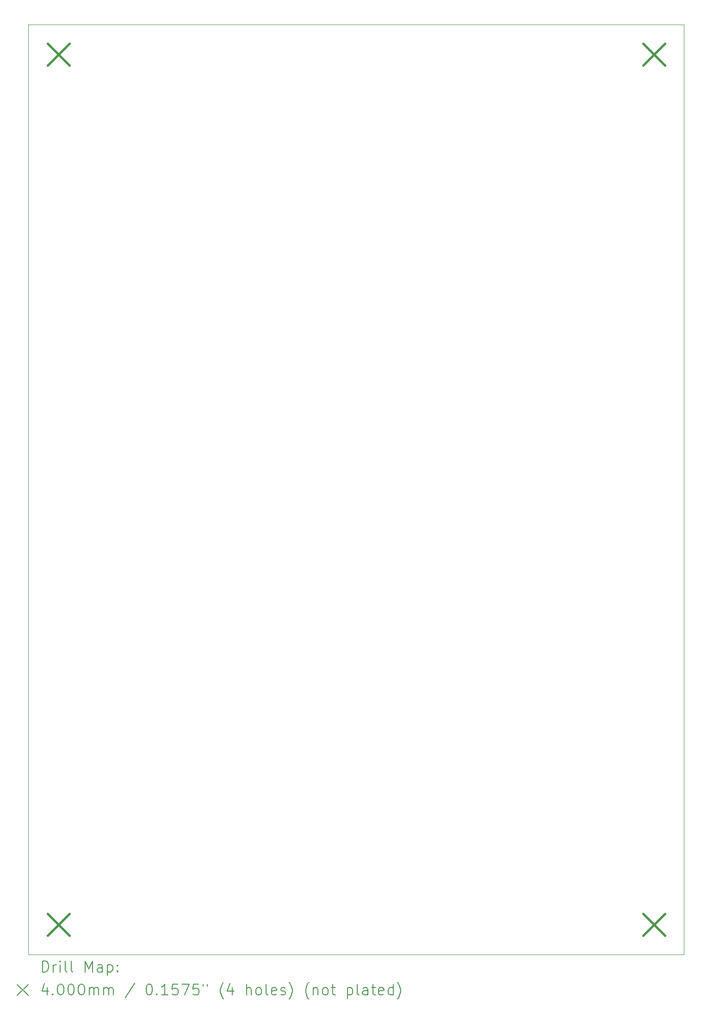
<source format=gbr>
%TF.GenerationSoftware,KiCad,Pcbnew,8.0.1*%
%TF.CreationDate,2024-04-18T23:28:31-04:00*%
%TF.ProjectId,emandoharp,656d616e-646f-4686-9172-702e6b696361,rev?*%
%TF.SameCoordinates,Original*%
%TF.FileFunction,Drillmap*%
%TF.FilePolarity,Positive*%
%FSLAX45Y45*%
G04 Gerber Fmt 4.5, Leading zero omitted, Abs format (unit mm)*
G04 Created by KiCad (PCBNEW 8.0.1) date 2024-04-18 23:28:31*
%MOMM*%
%LPD*%
G01*
G04 APERTURE LIST*
%ADD10C,0.050000*%
%ADD11C,0.200000*%
%ADD12C,0.400000*%
G04 APERTURE END LIST*
D10*
X2600000Y-1925000D02*
X14600000Y-1925000D01*
X14600000Y-18925000D01*
X2600000Y-18925000D01*
X2600000Y-1925000D01*
D11*
D12*
X2950000Y-2275000D02*
X3350000Y-2675000D01*
X3350000Y-2275000D02*
X2950000Y-2675000D01*
X2950000Y-18175000D02*
X3350000Y-18575000D01*
X3350000Y-18175000D02*
X2950000Y-18575000D01*
X13850000Y-2275000D02*
X14250000Y-2675000D01*
X14250000Y-2275000D02*
X13850000Y-2675000D01*
X13850000Y-18175000D02*
X14250000Y-18575000D01*
X14250000Y-18175000D02*
X13850000Y-18575000D01*
D11*
X2858277Y-19238984D02*
X2858277Y-19038984D01*
X2858277Y-19038984D02*
X2905896Y-19038984D01*
X2905896Y-19038984D02*
X2934467Y-19048508D01*
X2934467Y-19048508D02*
X2953515Y-19067555D01*
X2953515Y-19067555D02*
X2963039Y-19086603D01*
X2963039Y-19086603D02*
X2972562Y-19124698D01*
X2972562Y-19124698D02*
X2972562Y-19153270D01*
X2972562Y-19153270D02*
X2963039Y-19191365D01*
X2963039Y-19191365D02*
X2953515Y-19210412D01*
X2953515Y-19210412D02*
X2934467Y-19229460D01*
X2934467Y-19229460D02*
X2905896Y-19238984D01*
X2905896Y-19238984D02*
X2858277Y-19238984D01*
X3058277Y-19238984D02*
X3058277Y-19105650D01*
X3058277Y-19143746D02*
X3067801Y-19124698D01*
X3067801Y-19124698D02*
X3077324Y-19115174D01*
X3077324Y-19115174D02*
X3096372Y-19105650D01*
X3096372Y-19105650D02*
X3115420Y-19105650D01*
X3182086Y-19238984D02*
X3182086Y-19105650D01*
X3182086Y-19038984D02*
X3172562Y-19048508D01*
X3172562Y-19048508D02*
X3182086Y-19058031D01*
X3182086Y-19058031D02*
X3191610Y-19048508D01*
X3191610Y-19048508D02*
X3182086Y-19038984D01*
X3182086Y-19038984D02*
X3182086Y-19058031D01*
X3305896Y-19238984D02*
X3286848Y-19229460D01*
X3286848Y-19229460D02*
X3277324Y-19210412D01*
X3277324Y-19210412D02*
X3277324Y-19038984D01*
X3410658Y-19238984D02*
X3391610Y-19229460D01*
X3391610Y-19229460D02*
X3382086Y-19210412D01*
X3382086Y-19210412D02*
X3382086Y-19038984D01*
X3639229Y-19238984D02*
X3639229Y-19038984D01*
X3639229Y-19038984D02*
X3705896Y-19181841D01*
X3705896Y-19181841D02*
X3772562Y-19038984D01*
X3772562Y-19038984D02*
X3772562Y-19238984D01*
X3953515Y-19238984D02*
X3953515Y-19134222D01*
X3953515Y-19134222D02*
X3943991Y-19115174D01*
X3943991Y-19115174D02*
X3924943Y-19105650D01*
X3924943Y-19105650D02*
X3886848Y-19105650D01*
X3886848Y-19105650D02*
X3867801Y-19115174D01*
X3953515Y-19229460D02*
X3934467Y-19238984D01*
X3934467Y-19238984D02*
X3886848Y-19238984D01*
X3886848Y-19238984D02*
X3867801Y-19229460D01*
X3867801Y-19229460D02*
X3858277Y-19210412D01*
X3858277Y-19210412D02*
X3858277Y-19191365D01*
X3858277Y-19191365D02*
X3867801Y-19172317D01*
X3867801Y-19172317D02*
X3886848Y-19162793D01*
X3886848Y-19162793D02*
X3934467Y-19162793D01*
X3934467Y-19162793D02*
X3953515Y-19153270D01*
X4048753Y-19105650D02*
X4048753Y-19305650D01*
X4048753Y-19115174D02*
X4067801Y-19105650D01*
X4067801Y-19105650D02*
X4105896Y-19105650D01*
X4105896Y-19105650D02*
X4124943Y-19115174D01*
X4124943Y-19115174D02*
X4134467Y-19124698D01*
X4134467Y-19124698D02*
X4143991Y-19143746D01*
X4143991Y-19143746D02*
X4143991Y-19200889D01*
X4143991Y-19200889D02*
X4134467Y-19219936D01*
X4134467Y-19219936D02*
X4124943Y-19229460D01*
X4124943Y-19229460D02*
X4105896Y-19238984D01*
X4105896Y-19238984D02*
X4067801Y-19238984D01*
X4067801Y-19238984D02*
X4048753Y-19229460D01*
X4229705Y-19219936D02*
X4239229Y-19229460D01*
X4239229Y-19229460D02*
X4229705Y-19238984D01*
X4229705Y-19238984D02*
X4220182Y-19229460D01*
X4220182Y-19229460D02*
X4229705Y-19219936D01*
X4229705Y-19219936D02*
X4229705Y-19238984D01*
X4229705Y-19115174D02*
X4239229Y-19124698D01*
X4239229Y-19124698D02*
X4229705Y-19134222D01*
X4229705Y-19134222D02*
X4220182Y-19124698D01*
X4220182Y-19124698D02*
X4229705Y-19115174D01*
X4229705Y-19115174D02*
X4229705Y-19134222D01*
X2397500Y-19467500D02*
X2597500Y-19667500D01*
X2597500Y-19467500D02*
X2397500Y-19667500D01*
X2943991Y-19525650D02*
X2943991Y-19658984D01*
X2896372Y-19449460D02*
X2848753Y-19592317D01*
X2848753Y-19592317D02*
X2972562Y-19592317D01*
X3048753Y-19639936D02*
X3058277Y-19649460D01*
X3058277Y-19649460D02*
X3048753Y-19658984D01*
X3048753Y-19658984D02*
X3039229Y-19649460D01*
X3039229Y-19649460D02*
X3048753Y-19639936D01*
X3048753Y-19639936D02*
X3048753Y-19658984D01*
X3182086Y-19458984D02*
X3201134Y-19458984D01*
X3201134Y-19458984D02*
X3220182Y-19468508D01*
X3220182Y-19468508D02*
X3229705Y-19478031D01*
X3229705Y-19478031D02*
X3239229Y-19497079D01*
X3239229Y-19497079D02*
X3248753Y-19535174D01*
X3248753Y-19535174D02*
X3248753Y-19582793D01*
X3248753Y-19582793D02*
X3239229Y-19620889D01*
X3239229Y-19620889D02*
X3229705Y-19639936D01*
X3229705Y-19639936D02*
X3220182Y-19649460D01*
X3220182Y-19649460D02*
X3201134Y-19658984D01*
X3201134Y-19658984D02*
X3182086Y-19658984D01*
X3182086Y-19658984D02*
X3163039Y-19649460D01*
X3163039Y-19649460D02*
X3153515Y-19639936D01*
X3153515Y-19639936D02*
X3143991Y-19620889D01*
X3143991Y-19620889D02*
X3134467Y-19582793D01*
X3134467Y-19582793D02*
X3134467Y-19535174D01*
X3134467Y-19535174D02*
X3143991Y-19497079D01*
X3143991Y-19497079D02*
X3153515Y-19478031D01*
X3153515Y-19478031D02*
X3163039Y-19468508D01*
X3163039Y-19468508D02*
X3182086Y-19458984D01*
X3372562Y-19458984D02*
X3391610Y-19458984D01*
X3391610Y-19458984D02*
X3410658Y-19468508D01*
X3410658Y-19468508D02*
X3420182Y-19478031D01*
X3420182Y-19478031D02*
X3429705Y-19497079D01*
X3429705Y-19497079D02*
X3439229Y-19535174D01*
X3439229Y-19535174D02*
X3439229Y-19582793D01*
X3439229Y-19582793D02*
X3429705Y-19620889D01*
X3429705Y-19620889D02*
X3420182Y-19639936D01*
X3420182Y-19639936D02*
X3410658Y-19649460D01*
X3410658Y-19649460D02*
X3391610Y-19658984D01*
X3391610Y-19658984D02*
X3372562Y-19658984D01*
X3372562Y-19658984D02*
X3353515Y-19649460D01*
X3353515Y-19649460D02*
X3343991Y-19639936D01*
X3343991Y-19639936D02*
X3334467Y-19620889D01*
X3334467Y-19620889D02*
X3324943Y-19582793D01*
X3324943Y-19582793D02*
X3324943Y-19535174D01*
X3324943Y-19535174D02*
X3334467Y-19497079D01*
X3334467Y-19497079D02*
X3343991Y-19478031D01*
X3343991Y-19478031D02*
X3353515Y-19468508D01*
X3353515Y-19468508D02*
X3372562Y-19458984D01*
X3563039Y-19458984D02*
X3582086Y-19458984D01*
X3582086Y-19458984D02*
X3601134Y-19468508D01*
X3601134Y-19468508D02*
X3610658Y-19478031D01*
X3610658Y-19478031D02*
X3620182Y-19497079D01*
X3620182Y-19497079D02*
X3629705Y-19535174D01*
X3629705Y-19535174D02*
X3629705Y-19582793D01*
X3629705Y-19582793D02*
X3620182Y-19620889D01*
X3620182Y-19620889D02*
X3610658Y-19639936D01*
X3610658Y-19639936D02*
X3601134Y-19649460D01*
X3601134Y-19649460D02*
X3582086Y-19658984D01*
X3582086Y-19658984D02*
X3563039Y-19658984D01*
X3563039Y-19658984D02*
X3543991Y-19649460D01*
X3543991Y-19649460D02*
X3534467Y-19639936D01*
X3534467Y-19639936D02*
X3524943Y-19620889D01*
X3524943Y-19620889D02*
X3515420Y-19582793D01*
X3515420Y-19582793D02*
X3515420Y-19535174D01*
X3515420Y-19535174D02*
X3524943Y-19497079D01*
X3524943Y-19497079D02*
X3534467Y-19478031D01*
X3534467Y-19478031D02*
X3543991Y-19468508D01*
X3543991Y-19468508D02*
X3563039Y-19458984D01*
X3715420Y-19658984D02*
X3715420Y-19525650D01*
X3715420Y-19544698D02*
X3724943Y-19535174D01*
X3724943Y-19535174D02*
X3743991Y-19525650D01*
X3743991Y-19525650D02*
X3772563Y-19525650D01*
X3772563Y-19525650D02*
X3791610Y-19535174D01*
X3791610Y-19535174D02*
X3801134Y-19554222D01*
X3801134Y-19554222D02*
X3801134Y-19658984D01*
X3801134Y-19554222D02*
X3810658Y-19535174D01*
X3810658Y-19535174D02*
X3829705Y-19525650D01*
X3829705Y-19525650D02*
X3858277Y-19525650D01*
X3858277Y-19525650D02*
X3877324Y-19535174D01*
X3877324Y-19535174D02*
X3886848Y-19554222D01*
X3886848Y-19554222D02*
X3886848Y-19658984D01*
X3982086Y-19658984D02*
X3982086Y-19525650D01*
X3982086Y-19544698D02*
X3991610Y-19535174D01*
X3991610Y-19535174D02*
X4010658Y-19525650D01*
X4010658Y-19525650D02*
X4039229Y-19525650D01*
X4039229Y-19525650D02*
X4058277Y-19535174D01*
X4058277Y-19535174D02*
X4067801Y-19554222D01*
X4067801Y-19554222D02*
X4067801Y-19658984D01*
X4067801Y-19554222D02*
X4077324Y-19535174D01*
X4077324Y-19535174D02*
X4096372Y-19525650D01*
X4096372Y-19525650D02*
X4124943Y-19525650D01*
X4124943Y-19525650D02*
X4143991Y-19535174D01*
X4143991Y-19535174D02*
X4153515Y-19554222D01*
X4153515Y-19554222D02*
X4153515Y-19658984D01*
X4543991Y-19449460D02*
X4372563Y-19706603D01*
X4801134Y-19458984D02*
X4820182Y-19458984D01*
X4820182Y-19458984D02*
X4839229Y-19468508D01*
X4839229Y-19468508D02*
X4848753Y-19478031D01*
X4848753Y-19478031D02*
X4858277Y-19497079D01*
X4858277Y-19497079D02*
X4867801Y-19535174D01*
X4867801Y-19535174D02*
X4867801Y-19582793D01*
X4867801Y-19582793D02*
X4858277Y-19620889D01*
X4858277Y-19620889D02*
X4848753Y-19639936D01*
X4848753Y-19639936D02*
X4839229Y-19649460D01*
X4839229Y-19649460D02*
X4820182Y-19658984D01*
X4820182Y-19658984D02*
X4801134Y-19658984D01*
X4801134Y-19658984D02*
X4782087Y-19649460D01*
X4782087Y-19649460D02*
X4772563Y-19639936D01*
X4772563Y-19639936D02*
X4763039Y-19620889D01*
X4763039Y-19620889D02*
X4753515Y-19582793D01*
X4753515Y-19582793D02*
X4753515Y-19535174D01*
X4753515Y-19535174D02*
X4763039Y-19497079D01*
X4763039Y-19497079D02*
X4772563Y-19478031D01*
X4772563Y-19478031D02*
X4782087Y-19468508D01*
X4782087Y-19468508D02*
X4801134Y-19458984D01*
X4953515Y-19639936D02*
X4963039Y-19649460D01*
X4963039Y-19649460D02*
X4953515Y-19658984D01*
X4953515Y-19658984D02*
X4943991Y-19649460D01*
X4943991Y-19649460D02*
X4953515Y-19639936D01*
X4953515Y-19639936D02*
X4953515Y-19658984D01*
X5153515Y-19658984D02*
X5039229Y-19658984D01*
X5096372Y-19658984D02*
X5096372Y-19458984D01*
X5096372Y-19458984D02*
X5077325Y-19487555D01*
X5077325Y-19487555D02*
X5058277Y-19506603D01*
X5058277Y-19506603D02*
X5039229Y-19516127D01*
X5334468Y-19458984D02*
X5239229Y-19458984D01*
X5239229Y-19458984D02*
X5229706Y-19554222D01*
X5229706Y-19554222D02*
X5239229Y-19544698D01*
X5239229Y-19544698D02*
X5258277Y-19535174D01*
X5258277Y-19535174D02*
X5305896Y-19535174D01*
X5305896Y-19535174D02*
X5324944Y-19544698D01*
X5324944Y-19544698D02*
X5334468Y-19554222D01*
X5334468Y-19554222D02*
X5343991Y-19573270D01*
X5343991Y-19573270D02*
X5343991Y-19620889D01*
X5343991Y-19620889D02*
X5334468Y-19639936D01*
X5334468Y-19639936D02*
X5324944Y-19649460D01*
X5324944Y-19649460D02*
X5305896Y-19658984D01*
X5305896Y-19658984D02*
X5258277Y-19658984D01*
X5258277Y-19658984D02*
X5239229Y-19649460D01*
X5239229Y-19649460D02*
X5229706Y-19639936D01*
X5410658Y-19458984D02*
X5543991Y-19458984D01*
X5543991Y-19458984D02*
X5458277Y-19658984D01*
X5715420Y-19458984D02*
X5620182Y-19458984D01*
X5620182Y-19458984D02*
X5610658Y-19554222D01*
X5610658Y-19554222D02*
X5620182Y-19544698D01*
X5620182Y-19544698D02*
X5639229Y-19535174D01*
X5639229Y-19535174D02*
X5686848Y-19535174D01*
X5686848Y-19535174D02*
X5705896Y-19544698D01*
X5705896Y-19544698D02*
X5715420Y-19554222D01*
X5715420Y-19554222D02*
X5724944Y-19573270D01*
X5724944Y-19573270D02*
X5724944Y-19620889D01*
X5724944Y-19620889D02*
X5715420Y-19639936D01*
X5715420Y-19639936D02*
X5705896Y-19649460D01*
X5705896Y-19649460D02*
X5686848Y-19658984D01*
X5686848Y-19658984D02*
X5639229Y-19658984D01*
X5639229Y-19658984D02*
X5620182Y-19649460D01*
X5620182Y-19649460D02*
X5610658Y-19639936D01*
X5801134Y-19458984D02*
X5801134Y-19497079D01*
X5877325Y-19458984D02*
X5877325Y-19497079D01*
X6172563Y-19735174D02*
X6163039Y-19725650D01*
X6163039Y-19725650D02*
X6143991Y-19697079D01*
X6143991Y-19697079D02*
X6134468Y-19678031D01*
X6134468Y-19678031D02*
X6124944Y-19649460D01*
X6124944Y-19649460D02*
X6115420Y-19601841D01*
X6115420Y-19601841D02*
X6115420Y-19563746D01*
X6115420Y-19563746D02*
X6124944Y-19516127D01*
X6124944Y-19516127D02*
X6134468Y-19487555D01*
X6134468Y-19487555D02*
X6143991Y-19468508D01*
X6143991Y-19468508D02*
X6163039Y-19439936D01*
X6163039Y-19439936D02*
X6172563Y-19430412D01*
X6334468Y-19525650D02*
X6334468Y-19658984D01*
X6286848Y-19449460D02*
X6239229Y-19592317D01*
X6239229Y-19592317D02*
X6363039Y-19592317D01*
X6591610Y-19658984D02*
X6591610Y-19458984D01*
X6677325Y-19658984D02*
X6677325Y-19554222D01*
X6677325Y-19554222D02*
X6667801Y-19535174D01*
X6667801Y-19535174D02*
X6648753Y-19525650D01*
X6648753Y-19525650D02*
X6620182Y-19525650D01*
X6620182Y-19525650D02*
X6601134Y-19535174D01*
X6601134Y-19535174D02*
X6591610Y-19544698D01*
X6801134Y-19658984D02*
X6782087Y-19649460D01*
X6782087Y-19649460D02*
X6772563Y-19639936D01*
X6772563Y-19639936D02*
X6763039Y-19620889D01*
X6763039Y-19620889D02*
X6763039Y-19563746D01*
X6763039Y-19563746D02*
X6772563Y-19544698D01*
X6772563Y-19544698D02*
X6782087Y-19535174D01*
X6782087Y-19535174D02*
X6801134Y-19525650D01*
X6801134Y-19525650D02*
X6829706Y-19525650D01*
X6829706Y-19525650D02*
X6848753Y-19535174D01*
X6848753Y-19535174D02*
X6858277Y-19544698D01*
X6858277Y-19544698D02*
X6867801Y-19563746D01*
X6867801Y-19563746D02*
X6867801Y-19620889D01*
X6867801Y-19620889D02*
X6858277Y-19639936D01*
X6858277Y-19639936D02*
X6848753Y-19649460D01*
X6848753Y-19649460D02*
X6829706Y-19658984D01*
X6829706Y-19658984D02*
X6801134Y-19658984D01*
X6982087Y-19658984D02*
X6963039Y-19649460D01*
X6963039Y-19649460D02*
X6953515Y-19630412D01*
X6953515Y-19630412D02*
X6953515Y-19458984D01*
X7134468Y-19649460D02*
X7115420Y-19658984D01*
X7115420Y-19658984D02*
X7077325Y-19658984D01*
X7077325Y-19658984D02*
X7058277Y-19649460D01*
X7058277Y-19649460D02*
X7048753Y-19630412D01*
X7048753Y-19630412D02*
X7048753Y-19554222D01*
X7048753Y-19554222D02*
X7058277Y-19535174D01*
X7058277Y-19535174D02*
X7077325Y-19525650D01*
X7077325Y-19525650D02*
X7115420Y-19525650D01*
X7115420Y-19525650D02*
X7134468Y-19535174D01*
X7134468Y-19535174D02*
X7143991Y-19554222D01*
X7143991Y-19554222D02*
X7143991Y-19573270D01*
X7143991Y-19573270D02*
X7048753Y-19592317D01*
X7220182Y-19649460D02*
X7239230Y-19658984D01*
X7239230Y-19658984D02*
X7277325Y-19658984D01*
X7277325Y-19658984D02*
X7296372Y-19649460D01*
X7296372Y-19649460D02*
X7305896Y-19630412D01*
X7305896Y-19630412D02*
X7305896Y-19620889D01*
X7305896Y-19620889D02*
X7296372Y-19601841D01*
X7296372Y-19601841D02*
X7277325Y-19592317D01*
X7277325Y-19592317D02*
X7248753Y-19592317D01*
X7248753Y-19592317D02*
X7229706Y-19582793D01*
X7229706Y-19582793D02*
X7220182Y-19563746D01*
X7220182Y-19563746D02*
X7220182Y-19554222D01*
X7220182Y-19554222D02*
X7229706Y-19535174D01*
X7229706Y-19535174D02*
X7248753Y-19525650D01*
X7248753Y-19525650D02*
X7277325Y-19525650D01*
X7277325Y-19525650D02*
X7296372Y-19535174D01*
X7372563Y-19735174D02*
X7382087Y-19725650D01*
X7382087Y-19725650D02*
X7401134Y-19697079D01*
X7401134Y-19697079D02*
X7410658Y-19678031D01*
X7410658Y-19678031D02*
X7420182Y-19649460D01*
X7420182Y-19649460D02*
X7429706Y-19601841D01*
X7429706Y-19601841D02*
X7429706Y-19563746D01*
X7429706Y-19563746D02*
X7420182Y-19516127D01*
X7420182Y-19516127D02*
X7410658Y-19487555D01*
X7410658Y-19487555D02*
X7401134Y-19468508D01*
X7401134Y-19468508D02*
X7382087Y-19439936D01*
X7382087Y-19439936D02*
X7372563Y-19430412D01*
X7734468Y-19735174D02*
X7724944Y-19725650D01*
X7724944Y-19725650D02*
X7705896Y-19697079D01*
X7705896Y-19697079D02*
X7696372Y-19678031D01*
X7696372Y-19678031D02*
X7686849Y-19649460D01*
X7686849Y-19649460D02*
X7677325Y-19601841D01*
X7677325Y-19601841D02*
X7677325Y-19563746D01*
X7677325Y-19563746D02*
X7686849Y-19516127D01*
X7686849Y-19516127D02*
X7696372Y-19487555D01*
X7696372Y-19487555D02*
X7705896Y-19468508D01*
X7705896Y-19468508D02*
X7724944Y-19439936D01*
X7724944Y-19439936D02*
X7734468Y-19430412D01*
X7810658Y-19525650D02*
X7810658Y-19658984D01*
X7810658Y-19544698D02*
X7820182Y-19535174D01*
X7820182Y-19535174D02*
X7839230Y-19525650D01*
X7839230Y-19525650D02*
X7867801Y-19525650D01*
X7867801Y-19525650D02*
X7886849Y-19535174D01*
X7886849Y-19535174D02*
X7896372Y-19554222D01*
X7896372Y-19554222D02*
X7896372Y-19658984D01*
X8020182Y-19658984D02*
X8001134Y-19649460D01*
X8001134Y-19649460D02*
X7991611Y-19639936D01*
X7991611Y-19639936D02*
X7982087Y-19620889D01*
X7982087Y-19620889D02*
X7982087Y-19563746D01*
X7982087Y-19563746D02*
X7991611Y-19544698D01*
X7991611Y-19544698D02*
X8001134Y-19535174D01*
X8001134Y-19535174D02*
X8020182Y-19525650D01*
X8020182Y-19525650D02*
X8048753Y-19525650D01*
X8048753Y-19525650D02*
X8067801Y-19535174D01*
X8067801Y-19535174D02*
X8077325Y-19544698D01*
X8077325Y-19544698D02*
X8086849Y-19563746D01*
X8086849Y-19563746D02*
X8086849Y-19620889D01*
X8086849Y-19620889D02*
X8077325Y-19639936D01*
X8077325Y-19639936D02*
X8067801Y-19649460D01*
X8067801Y-19649460D02*
X8048753Y-19658984D01*
X8048753Y-19658984D02*
X8020182Y-19658984D01*
X8143992Y-19525650D02*
X8220182Y-19525650D01*
X8172563Y-19458984D02*
X8172563Y-19630412D01*
X8172563Y-19630412D02*
X8182087Y-19649460D01*
X8182087Y-19649460D02*
X8201134Y-19658984D01*
X8201134Y-19658984D02*
X8220182Y-19658984D01*
X8439230Y-19525650D02*
X8439230Y-19725650D01*
X8439230Y-19535174D02*
X8458277Y-19525650D01*
X8458277Y-19525650D02*
X8496373Y-19525650D01*
X8496373Y-19525650D02*
X8515420Y-19535174D01*
X8515420Y-19535174D02*
X8524944Y-19544698D01*
X8524944Y-19544698D02*
X8534468Y-19563746D01*
X8534468Y-19563746D02*
X8534468Y-19620889D01*
X8534468Y-19620889D02*
X8524944Y-19639936D01*
X8524944Y-19639936D02*
X8515420Y-19649460D01*
X8515420Y-19649460D02*
X8496373Y-19658984D01*
X8496373Y-19658984D02*
X8458277Y-19658984D01*
X8458277Y-19658984D02*
X8439230Y-19649460D01*
X8648754Y-19658984D02*
X8629706Y-19649460D01*
X8629706Y-19649460D02*
X8620182Y-19630412D01*
X8620182Y-19630412D02*
X8620182Y-19458984D01*
X8810658Y-19658984D02*
X8810658Y-19554222D01*
X8810658Y-19554222D02*
X8801135Y-19535174D01*
X8801135Y-19535174D02*
X8782087Y-19525650D01*
X8782087Y-19525650D02*
X8743992Y-19525650D01*
X8743992Y-19525650D02*
X8724944Y-19535174D01*
X8810658Y-19649460D02*
X8791611Y-19658984D01*
X8791611Y-19658984D02*
X8743992Y-19658984D01*
X8743992Y-19658984D02*
X8724944Y-19649460D01*
X8724944Y-19649460D02*
X8715420Y-19630412D01*
X8715420Y-19630412D02*
X8715420Y-19611365D01*
X8715420Y-19611365D02*
X8724944Y-19592317D01*
X8724944Y-19592317D02*
X8743992Y-19582793D01*
X8743992Y-19582793D02*
X8791611Y-19582793D01*
X8791611Y-19582793D02*
X8810658Y-19573270D01*
X8877325Y-19525650D02*
X8953515Y-19525650D01*
X8905896Y-19458984D02*
X8905896Y-19630412D01*
X8905896Y-19630412D02*
X8915420Y-19649460D01*
X8915420Y-19649460D02*
X8934468Y-19658984D01*
X8934468Y-19658984D02*
X8953515Y-19658984D01*
X9096373Y-19649460D02*
X9077325Y-19658984D01*
X9077325Y-19658984D02*
X9039230Y-19658984D01*
X9039230Y-19658984D02*
X9020182Y-19649460D01*
X9020182Y-19649460D02*
X9010658Y-19630412D01*
X9010658Y-19630412D02*
X9010658Y-19554222D01*
X9010658Y-19554222D02*
X9020182Y-19535174D01*
X9020182Y-19535174D02*
X9039230Y-19525650D01*
X9039230Y-19525650D02*
X9077325Y-19525650D01*
X9077325Y-19525650D02*
X9096373Y-19535174D01*
X9096373Y-19535174D02*
X9105896Y-19554222D01*
X9105896Y-19554222D02*
X9105896Y-19573270D01*
X9105896Y-19573270D02*
X9010658Y-19592317D01*
X9277325Y-19658984D02*
X9277325Y-19458984D01*
X9277325Y-19649460D02*
X9258277Y-19658984D01*
X9258277Y-19658984D02*
X9220182Y-19658984D01*
X9220182Y-19658984D02*
X9201135Y-19649460D01*
X9201135Y-19649460D02*
X9191611Y-19639936D01*
X9191611Y-19639936D02*
X9182087Y-19620889D01*
X9182087Y-19620889D02*
X9182087Y-19563746D01*
X9182087Y-19563746D02*
X9191611Y-19544698D01*
X9191611Y-19544698D02*
X9201135Y-19535174D01*
X9201135Y-19535174D02*
X9220182Y-19525650D01*
X9220182Y-19525650D02*
X9258277Y-19525650D01*
X9258277Y-19525650D02*
X9277325Y-19535174D01*
X9353516Y-19735174D02*
X9363039Y-19725650D01*
X9363039Y-19725650D02*
X9382087Y-19697079D01*
X9382087Y-19697079D02*
X9391611Y-19678031D01*
X9391611Y-19678031D02*
X9401135Y-19649460D01*
X9401135Y-19649460D02*
X9410658Y-19601841D01*
X9410658Y-19601841D02*
X9410658Y-19563746D01*
X9410658Y-19563746D02*
X9401135Y-19516127D01*
X9401135Y-19516127D02*
X9391611Y-19487555D01*
X9391611Y-19487555D02*
X9382087Y-19468508D01*
X9382087Y-19468508D02*
X9363039Y-19439936D01*
X9363039Y-19439936D02*
X9353516Y-19430412D01*
M02*

</source>
